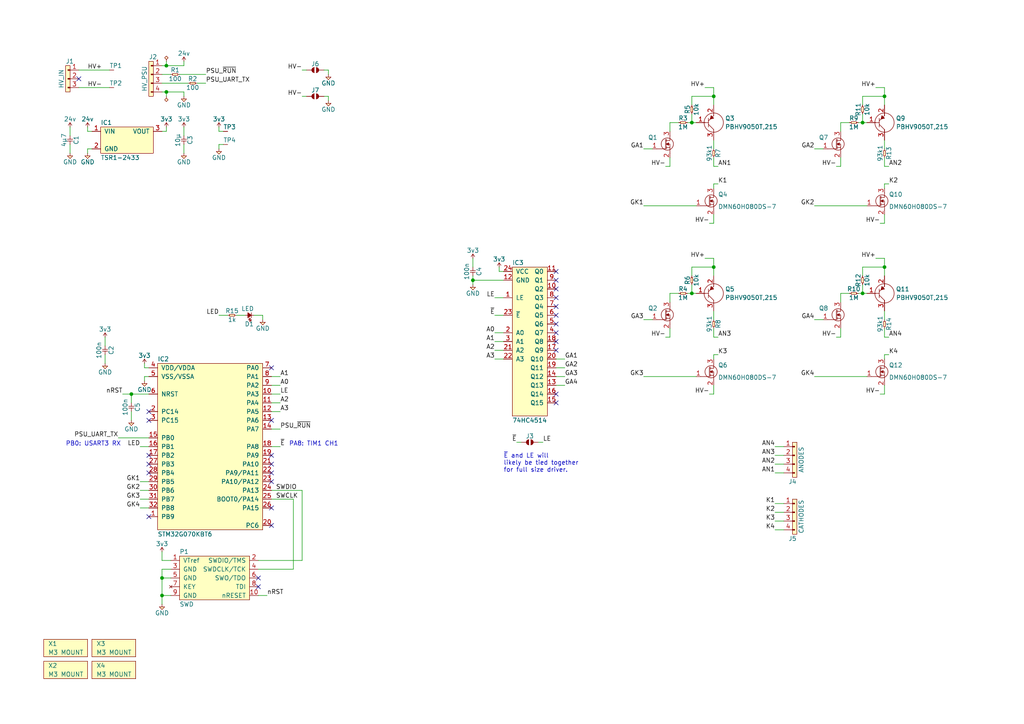
<source format=kicad_sch>
(kicad_sch (version 20230121) (generator eeschema)
  (paper "A4")
  (lib_symbols
    (symbol "agg:24v" (power) (pin_numbers hide) (pin_names (offset 1.016) hide)
      (property "Value" "24v" (at 0 2.286 0))
      (symbol "24v_0_1"
        (polyline (pts (xy 0 1.27) (xy 0.508 0.508)))
        (polyline (pts (xy 0 0) (xy 0 1.27) (xy -0.508 0.508)))
      )
      (symbol "24v_1_1"
        (pin power_in line (at 0 0 180) (length 0) hide (name "24v") (number "1"))
      )
    )
    (symbol "agg:3v3" (power) (pin_numbers hide) (pin_names (offset 1.016) hide)
      (property "Value" "3v3" (at 0 2.286 0))
      (symbol "3v3_0_1"
        (polyline (pts (xy 0 1.27) (xy 0.508 0.508)))
        (polyline (pts (xy 0 0) (xy 0 1.27) (xy -0.508 0.508)))
      )
      (symbol "3v3_1_1"
        (pin power_in line (at 0 0 180) (length 0) hide (name "3v3") (number "1"))
      )
    )
    (symbol "agg:74HC4514" (pin_names (offset 1.016))
      (property "Reference" "IC" (at -5.08 22.86 0))
      (property "Value" "74HC4514" (at -5.08 -22.86 0))
      (symbol "74HC4514_0_0"
        (pin input line (at -7.62 12.7 0) (length 2.54) (name "LE") (number "1"))
        (pin output line (at 7.62 15.24 180) (length 2.54) (name "Q2") (number "10"))
        (pin output line (at 7.62 20.32 180) (length 2.54) (name "Q0") (number "11"))
        (pin power_in line (at -7.62 17.78 0) (length 2.54) (name "GND") (number "12"))
        (pin output line (at 7.62 -12.7 180) (length 2.54) (name "Q13") (number "13"))
        (pin output line (at 7.62 -10.16 180) (length 2.54) (name "Q12") (number "14"))
        (pin output line (at 7.62 -17.78 180) (length 2.54) (name "Q15") (number "15"))
        (pin output line (at 7.62 -15.24 180) (length 2.54) (name "Q14") (number "16"))
        (pin output line (at 7.62 -2.54 180) (length 2.54) (name "Q9") (number "17"))
        (pin output line (at 7.62 0 180) (length 2.54) (name "Q8") (number "18"))
        (pin output line (at 7.62 -7.62 180) (length 2.54) (name "Q11") (number "19"))
        (pin input line (at -7.62 2.54 0) (length 2.54) (name "A0") (number "2"))
        (pin output line (at 7.62 -5.08 180) (length 2.54) (name "Q10") (number "20"))
        (pin input line (at -7.62 -2.54 0) (length 2.54) (name "A2") (number "21"))
        (pin input line (at -7.62 -5.08 0) (length 2.54) (name "A3") (number "22"))
        (pin input line (at -7.62 7.62 0) (length 2.54) (name "~{E}") (number "23"))
        (pin power_in line (at -7.62 20.32 0) (length 2.54) (name "VCC") (number "24"))
        (pin input line (at -7.62 0 0) (length 2.54) (name "A1") (number "3"))
        (pin output line (at 7.62 2.54 180) (length 2.54) (name "Q7") (number "4"))
        (pin output line (at 7.62 5.08 180) (length 2.54) (name "Q6") (number "5"))
        (pin output line (at 7.62 7.62 180) (length 2.54) (name "Q5") (number "6"))
        (pin output line (at 7.62 10.16 180) (length 2.54) (name "Q4") (number "7"))
        (pin output line (at 7.62 12.7 180) (length 2.54) (name "Q3") (number "8"))
        (pin output line (at 7.62 17.78 180) (length 2.54) (name "Q1") (number "9"))
      )
      (symbol "74HC4514_0_1"
        (rectangle (start -5.08 21.59) (end 5.08 -21.59) (fill (type background)))
      )
    )
    (symbol "agg:C" (pin_numbers hide) (pin_names (offset 1.016) hide)
      (property "Reference" "C" (at 1.27 1.778 0))
      (property "Value" "C" (at 1.27 -1.778 0))
      (symbol "C_0_1"
        (polyline (pts (xy 1.016 0.762) (xy 1.016 -0.762)))
        (polyline (pts (xy 1.524 0.762) (xy 1.524 -0.762)))
      )
      (symbol "C_1_1"
        (pin passive line (at 0 0 0) (length 1.016) (name "~") (number "1"))
        (pin passive line (at 2.54 0 180) (length 1.016) (name "~") (number "2"))
      )
    )
    (symbol "agg:CONN_01x03" (pin_names (offset 0.0254) hide)
      (property "Reference" "J" (at -1.27 2.54 0))
      (property "Value" "CONN_01x03" (at -1.27 -7.62 0))
      (symbol "CONN_01x03_0_1"
        (rectangle (start 0 -4.953) (end -0.635 -5.207) (fill (type outline)))
        (rectangle (start 0 -2.413) (end -0.635 -2.667) (fill (type outline)))
        (rectangle (start 0 0.127) (end -0.635 -0.127) (fill (type outline)))
        (rectangle (start 0 1.27) (end -1.27 -6.35) (fill (type background)))
      )
      (symbol "CONN_01x03_1_1"
        (pin passive line (at 2.54 0 180) (length 2.54) (name "1") (number "1"))
        (pin passive line (at 2.54 -2.54 180) (length 2.54) (name "2") (number "2"))
        (pin passive line (at 2.54 -5.08 180) (length 2.54) (name "3") (number "3"))
      )
    )
    (symbol "agg:CONN_01x04" (pin_names (offset 0.0254) hide)
      (property "Reference" "J" (at -1.27 2.54 0))
      (property "Value" "CONN_01x04" (at -1.27 -10.16 0))
      (symbol "CONN_01x04_0_1"
        (rectangle (start 0 -7.493) (end -0.635 -7.747) (fill (type outline)))
        (rectangle (start 0 -4.953) (end -0.635 -5.207) (fill (type outline)))
        (rectangle (start 0 -2.413) (end -0.635 -2.667) (fill (type outline)))
        (rectangle (start 0 0.127) (end -0.635 -0.127) (fill (type outline)))
        (rectangle (start 0 1.27) (end -1.27 -8.89) (fill (type background)))
      )
      (symbol "CONN_01x04_1_1"
        (pin passive line (at 2.54 0 180) (length 2.54) (name "1") (number "1"))
        (pin passive line (at 2.54 -2.54 180) (length 2.54) (name "2") (number "2"))
        (pin passive line (at 2.54 -5.08 180) (length 2.54) (name "3") (number "3"))
        (pin passive line (at 2.54 -7.62 180) (length 2.54) (name "4") (number "4"))
      )
    )
    (symbol "agg:GND" (power) (pin_numbers hide) (pin_names (offset 1.016) hide)
      (property "Value" "GND" (at 0 -2.54 0))
      (symbol "GND_0_1"
        (polyline (pts (xy 0 0) (xy 0 -0.762)))
        (polyline (pts (xy -0.762 -0.762) (xy 0.762 -0.762) (xy 0 -1.524) (xy -0.762 -0.762)) (fill (type background)))
      )
      (symbol "GND_1_1"
        (pin power_in line (at 0 0 180) (length 0) hide (name "GND") (number "1"))
      )
    )
    (symbol "agg:LED" (pin_numbers hide) (pin_names (offset 1.016) hide)
      (property "Reference" "D" (at 0 2.54 0))
      (property "Value" "LED" (at 0 -1.905 0))
      (symbol "LED_0_1"
        (polyline (pts (xy 0.762 0.762) (xy 0.762 -0.762)))
        (polyline (pts (xy 0.762 0) (xy 1.778 0.762) (xy 1.778 -0.762) (xy 0.762 0)) (fill (type outline)))
        (polyline (pts (xy 1.524 1.016) (xy 1.27 1.27) (xy 1.524 1.27) (xy 1.016 1.778) (xy 1.016 1.524) (xy 1.27 1.778) (xy 1.016 1.778)))
        (polyline (pts (xy 1.27 0.762) (xy 1.016 1.016) (xy 1.27 1.016) (xy 1.016 1.27) (xy 0.762 1.524) (xy 0.762 1.27) (xy 1.016 1.524) (xy 0.762 1.524)))
      )
      (symbol "LED_1_1"
        (pin passive line (at 0 0 0) (length 0.762) (name "~") (number "1"))
        (pin passive line (at 2.54 0 180) (length 0.762) (name "~") (number "2"))
      )
    )
    (symbol "agg:NFET" (pin_names (offset 0.0254) hide)
      (property "Reference" "Q" (at -6.35 0.762 0))
      (property "Value" "NFET" (at -6.35 -4.064 0))
      (symbol "NFET_0_1"
        (circle (center -0.762 -1.143) (radius 1.778))
        (polyline (pts (xy -3.81 -2.54) (xy -1.27 -2.54)))
        (polyline (pts (xy -1.27 -2.54) (xy -1.27 0.254)))
        (polyline (pts (xy -1.016 -2.159) (xy 0 -2.159)))
        (polyline (pts (xy -1.016 -1.778) (xy -1.016 -2.54)))
        (polyline (pts (xy -1.016 -0.762) (xy -1.016 -1.524)))
        (polyline (pts (xy -1.016 0.254) (xy -1.016 -0.508)))
        (polyline (pts (xy -1.016 -1.143) (xy 0 -1.143) (xy 0 -3.81)))
        (polyline (pts (xy -1.016 -0.127) (xy 0 -0.127) (xy 0 1.27)))
        (polyline (pts (xy -1.016 -1.143) (xy -0.381 -0.762) (xy -0.381 -1.524) (xy -1.016 -1.143)) (fill (type outline)))
      )
      (symbol "NFET_1_1"
        (pin passive line (at -5.08 -2.54 0) (length 1.27) (name "G") (number "1"))
        (pin passive line (at 0 -5.08 90) (length 1.27) (name "S") (number "2"))
        (pin passive line (at 0 2.54 270) (length 1.27) (name "D") (number "3"))
      )
    )
    (symbol "agg:PART" (pin_names (offset 1.016))
      (property "Reference" "X" (at 1.27 2.54 0))
      (property "Value" "PART" (at 1.27 0 0))
      (symbol "PART_0_1"
        (rectangle (start 0 3.81) (end 12.7 -1.27) (fill (type background)))
      )
    )
    (symbol "agg:PNP" (pin_names (offset 0) hide)
      (property "Reference" "Q" (at 3.302 0.508 0))
      (property "Value" "PNP" (at 3.302 -0.508 0))
      (symbol "PNP_0_1"
        (polyline (pts (xy -2.54 0) (xy -1.524 0)))
        (polyline (pts (xy -1.524 -1.27) (xy -1.524 1.27)))
        (polyline (pts (xy 0 -2.032) (xy -1.524 -0.508)))
        (polyline (pts (xy 0 2.032) (xy -1.524 0.508)))
        (polyline (pts (xy 0 1.27) (xy -0.762 2.032) (xy -1.016 1.016) (xy 0 1.27)) (fill (type outline)))
        (circle (center 0 0) (radius 2.794))
      )
      (symbol "PNP_1_1"
        (pin passive line (at -5.08 0 0) (length 2.54) (name "B") (number "1"))
        (pin passive line (at 0 5.08 270) (length 3.048) (name "E") (number "2"))
        (pin passive line (at 0 -5.08 90) (length 3.048) (name "C") (number "3"))
      )
    )
    (symbol "agg:PWR" (power) (pin_numbers hide) (pin_names (offset 1.016) hide)
      (property "Value" "PWR" (at 0 2.286 0))
      (symbol "PWR_0_1"
        (polyline (pts (xy 0 0.508) (xy -0.508 1.016) (xy 0 1.524) (xy 0.508 1.016) (xy 0 0.508)) (fill (type background)))
      )
      (symbol "PWR_1_1"
        (pin power_out line (at 0 0 90) (length 0.508) (name "pwr") (number "1"))
      )
    )
    (symbol "agg:R" (pin_numbers hide) (pin_names (offset 1.016) hide)
      (property "Reference" "R" (at 1.27 1.27 0))
      (property "Value" "R" (at 1.27 -1.27 0))
      (symbol "R_0_1"
        (rectangle (start 0.508 0.254) (end 2.032 -0.254) (fill (type background)))
      )
      (symbol "R_1_1"
        (pin passive line (at 0 0 0) (length 0.508) (name "~") (number "1"))
        (pin passive line (at 2.54 0 180) (length 0.508) (name "~") (number "2"))
      )
    )
    (symbol "agg:SJ2" (pin_numbers hide) (pin_names (offset 0) hide)
      (property "Reference" "J" (at 0 1.778 0))
      (symbol "SJ2_0_1"
        (arc (start -0.254 0.762) (mid -1.0127 0) (end -0.254 -0.762) (fill (type outline)))
        (arc (start 0.254 -0.762) (mid 1.0127 0) (end 0.254 0.762) (fill (type outline)))
      )
      (symbol "SJ2_1_1"
        (pin passive line (at -2.54 0 0) (length 1.524) (name "1") (number "1"))
        (pin passive line (at 2.54 0 180) (length 1.524) (name "2") (number "2"))
      )
    )
    (symbol "agg:STM32G0xxKx" (pin_names (offset 1.016))
      (property "Reference" "IC" (at -15.24 25.4 0))
      (property "Value" "STM32G0xxKx" (at -15.24 -25.4 0))
      (symbol "STM32G0xxKx_0_0"
        (pin bidirectional line (at -17.78 -20.32 0) (length 2.54) (name "PB9") (number "1"))
        (pin bidirectional line (at 17.78 15.24 180) (length 2.54) (name "PA3") (number "10"))
        (pin bidirectional line (at 17.78 12.7 180) (length 2.54) (name "PA4") (number "11"))
        (pin bidirectional line (at 17.78 10.16 180) (length 2.54) (name "PA5") (number "12"))
        (pin bidirectional line (at 17.78 7.62 180) (length 2.54) (name "PA6") (number "13"))
        (pin bidirectional line (at 17.78 5.08 180) (length 2.54) (name "PA7") (number "14"))
        (pin bidirectional line (at -17.78 2.54 0) (length 2.54) (name "PB0") (number "15"))
        (pin bidirectional line (at -17.78 0 0) (length 2.54) (name "PB1") (number "16"))
        (pin bidirectional line (at -17.78 -2.54 0) (length 2.54) (name "PB2") (number "17"))
        (pin bidirectional line (at 17.78 0 180) (length 2.54) (name "PA8") (number "18"))
        (pin bidirectional line (at 17.78 -2.54 180) (length 2.54) (name "PA9") (number "19"))
        (pin bidirectional line (at -17.78 10.16 0) (length 2.54) (name "PC14") (number "2"))
        (pin bidirectional line (at 17.78 -22.86 180) (length 2.54) (name "PC6") (number "20"))
        (pin bidirectional line (at 17.78 -5.08 180) (length 2.54) (name "PA10") (number "21"))
        (pin bidirectional line (at 17.78 -7.62 180) (length 2.54) (name "PA9/PA11") (number "22"))
        (pin bidirectional line (at 17.78 -10.16 180) (length 2.54) (name "PA10/PA12") (number "23"))
        (pin bidirectional line (at 17.78 -12.7 180) (length 2.54) (name "PA13") (number "24"))
        (pin bidirectional line (at 17.78 -15.24 180) (length 2.54) (name "BOOT0/PA14") (number "25"))
        (pin bidirectional line (at 17.78 -17.78 180) (length 2.54) (name "PA15") (number "26"))
        (pin bidirectional line (at -17.78 -5.08 0) (length 2.54) (name "PB3") (number "27"))
        (pin bidirectional line (at -17.78 -7.62 0) (length 2.54) (name "PB4") (number "28"))
        (pin bidirectional line (at -17.78 -10.16 0) (length 2.54) (name "PB5") (number "29"))
        (pin bidirectional line (at -17.78 7.62 0) (length 2.54) (name "PC15") (number "3"))
        (pin bidirectional line (at -17.78 -12.7 0) (length 2.54) (name "PB6") (number "30"))
        (pin bidirectional line (at -17.78 -15.24 0) (length 2.54) (name "PB7") (number "31"))
        (pin bidirectional line (at -17.78 -17.78 0) (length 2.54) (name "PB8") (number "32"))
        (pin power_in line (at -17.78 22.86 0) (length 2.54) (name "VDD/VDDA") (number "4"))
        (pin power_in line (at -17.78 20.32 0) (length 2.54) (name "VSS/VSSA") (number "5"))
        (pin input line (at -17.78 15.24 0) (length 2.54) (name "NRST") (number "6"))
        (pin bidirectional line (at 17.78 22.86 180) (length 2.54) (name "PA0") (number "7"))
        (pin bidirectional line (at 17.78 20.32 180) (length 2.54) (name "PA1") (number "8"))
        (pin bidirectional line (at 17.78 17.78 180) (length 2.54) (name "PA2") (number "9"))
      )
      (symbol "STM32G0xxKx_0_1"
        (rectangle (start -15.24 24.13) (end 15.24 -24.13) (fill (type background)))
      )
    )
    (symbol "agg:SWD" (pin_names (offset 1.016))
      (property "Reference" "P" (at -10.16 7.62 0))
      (property "Value" "SWD" (at -10.16 -7.62 0))
      (symbol "SWD_0_1"
        (rectangle (start -10.16 6.35) (end 10.16 -6.35) (fill (type background)))
      )
      (symbol "SWD_1_1"
        (pin power_in line (at -12.7 5.08 0) (length 2.54) (name "VTref") (number "1"))
        (pin open_collector line (at 12.7 -5.08 180) (length 2.54) (name "nRESET") (number "10"))
        (pin bidirectional line (at 12.7 5.08 180) (length 2.54) (name "SWDIO/TMS") (number "2"))
        (pin power_in line (at -12.7 2.54 0) (length 2.54) (name "GND") (number "3"))
        (pin bidirectional line (at 12.7 2.54 180) (length 2.54) (name "SWDCLK/TCK") (number "4"))
        (pin power_in line (at -12.7 0 0) (length 2.54) (name "GND") (number "5"))
        (pin bidirectional line (at 12.7 0 180) (length 2.54) (name "SWO/TDO") (number "6"))
        (pin no_connect line (at -12.7 -2.54 0) (length 2.54) (name "KEY") (number "7"))
        (pin bidirectional line (at 12.7 -2.54 180) (length 2.54) (name "TDI") (number "8"))
        (pin power_in line (at -12.7 -5.08 0) (length 2.54) (name "GND") (number "9"))
      )
    )
    (symbol "agg:TESTPAD" (pin_numbers hide) (pin_names (offset 1.016) hide)
      (property "Reference" "TP" (at 0 1.27 0))
      (symbol "TESTPAD_0_1"
        (polyline (pts (xy 1.27 0) (xy 1.27 0)) (stroke (width 1.143)))
      )
      (symbol "TESTPAD_1_1"
        (pin input line (at 0 0 0) (length 1.27) (name "TP") (number "1"))
      )
    )
    (symbol "agg:TSR1" (pin_names (offset 1.016))
      (property "Reference" "IC" (at -7.62 5.08 0))
      (property "Value" "TSR1" (at -7.62 -5.08 0))
      (symbol "TSR1_0_0"
        (pin power_in line (at -10.16 2.54 0) (length 2.54) (name "VIN") (number "1"))
        (pin power_in line (at -10.16 -2.54 0) (length 2.54) (name "GND") (number "2"))
        (pin power_out line (at 10.16 2.54 180) (length 2.54) (name "VOUT") (number "3"))
      )
      (symbol "TSR1_0_1"
        (rectangle (start -7.62 3.81) (end 7.62 -3.81) (fill (type background)))
      )
    )
  )
  (junction (at 38.1 114.3) (diameter 0.9144))
  (junction (at 200.66 85.09) (diameter 0.9144))
  (junction (at 207.01 27.94) (diameter 0.9144))
  (junction (at 200.66 35.56) (diameter 0.9144))
  (junction (at 256.54 27.94) (diameter 0.9144))
  (junction (at 48.26 19.05) (diameter 0.9144))
  (junction (at 256.54 77.47) (diameter 0.9144))
  (junction (at 48.26 26.67) (diameter 0.9144))
  (junction (at 46.99 167.64) (diameter 0.9144))
  (junction (at 46.99 172.72) (diameter 0.9144))
  (junction (at 137.16 81.28) (diameter 0.9144))
  (junction (at 207.01 77.47) (diameter 0.9144))
  (junction (at 250.19 85.09) (diameter 0.9144))
  (junction (at 250.19 35.56) (diameter 0.9144))
  (no_connect (at 74.93 170.18))
  (no_connect (at 43.18 134.62))
  (no_connect (at 78.74 137.16))
  (no_connect (at 161.29 88.9))
  (no_connect (at 78.74 134.62))
  (no_connect (at 161.29 114.3))
  (no_connect (at 43.18 149.86))
  (no_connect (at 74.93 167.64))
  (no_connect (at 161.29 91.44))
  (no_connect (at 161.29 78.74))
  (no_connect (at 161.29 86.36))
  (no_connect (at 161.29 116.84))
  (no_connect (at 161.29 101.6))
  (no_connect (at 43.18 132.08))
  (no_connect (at 78.74 139.7))
  (no_connect (at 78.74 152.4))
  (no_connect (at 78.74 132.08))
  (no_connect (at 78.74 147.32))
  (no_connect (at 161.29 96.52))
  (no_connect (at 43.18 119.38))
  (no_connect (at 78.74 121.92))
  (no_connect (at 161.29 81.28))
  (no_connect (at 161.29 93.98))
  (no_connect (at 78.74 106.68))
  (no_connect (at 22.86 22.86))
  (no_connect (at 161.29 83.82))
  (no_connect (at 161.29 99.06))
  (no_connect (at 43.18 121.92))
  (no_connect (at 43.18 137.16))
  (wire (pts (xy 200.66 27.94) (xy 207.01 27.94)))
  (wire (pts (xy 144.78 77.47) (xy 144.78 78.74)))
  (wire (pts (xy 256.54 40.64) (xy 256.54 43.18)))
  (wire (pts (xy 236.22 92.71) (xy 238.76 92.71)))
  (wire (pts (xy 199.39 35.56) (xy 200.66 35.56)))
  (wire (pts (xy 46.99 162.56) (xy 49.53 162.56)))
  (wire (pts (xy 78.74 119.38) (xy 81.28 119.38)))
  (wire (pts (xy 236.22 43.18) (xy 238.76 43.18)))
  (wire (pts (xy 143.51 104.14) (xy 146.05 104.14)))
  (wire (pts (xy 46.99 19.05) (xy 48.26 19.05)))
  (wire (pts (xy 200.66 30.48) (xy 200.66 27.94)))
  (wire (pts (xy 224.79 134.62) (xy 227.33 134.62)))
  (wire (pts (xy 246.38 85.09) (xy 243.84 85.09)))
  (wire (pts (xy 199.39 85.09) (xy 200.66 85.09)))
  (wire (pts (xy 250.19 85.09) (xy 251.46 85.09)))
  (wire (pts (xy 161.29 109.22) (xy 163.83 109.22)))
  (wire (pts (xy 53.34 26.67) (xy 53.34 27.94)))
  (wire (pts (xy 57.15 24.13) (xy 59.69 24.13)))
  (wire (pts (xy 41.91 109.22) (xy 43.18 109.22)))
  (wire (pts (xy 78.74 129.54) (xy 81.28 129.54)))
  (wire (pts (xy 256.54 90.17) (xy 256.54 92.71)))
  (wire (pts (xy 236.22 59.69) (xy 251.46 59.69)))
  (wire (pts (xy 256.54 45.72) (xy 256.54 48.26)))
  (wire (pts (xy 224.79 151.13) (xy 227.33 151.13)))
  (wire (pts (xy 256.54 74.93) (xy 256.54 77.47)))
  (wire (pts (xy 46.99 160.02) (xy 46.99 162.56)))
  (wire (pts (xy 63.5 41.91) (xy 64.77 41.91)))
  (wire (pts (xy 137.16 81.28) (xy 137.16 82.55)))
  (wire (pts (xy 22.86 25.4) (xy 31.75 25.4)))
  (wire (pts (xy 205.74 114.3) (xy 207.01 114.3)))
  (wire (pts (xy 242.57 97.79) (xy 243.84 97.79)))
  (wire (pts (xy 38.1 119.38) (xy 38.1 121.92)))
  (wire (pts (xy 250.19 77.47) (xy 256.54 77.47)))
  (wire (pts (xy 186.69 92.71) (xy 189.23 92.71)))
  (wire (pts (xy 156.21 128.27) (xy 157.48 128.27)))
  (wire (pts (xy 87.63 20.32) (xy 88.9 20.32)))
  (wire (pts (xy 53.34 41.91) (xy 53.34 44.45)))
  (wire (pts (xy 200.66 33.02) (xy 200.66 35.56)))
  (wire (pts (xy 256.54 77.47) (xy 256.54 80.01)))
  (wire (pts (xy 149.86 128.27) (xy 151.13 128.27)))
  (wire (pts (xy 78.74 114.3) (xy 81.28 114.3)))
  (wire (pts (xy 250.19 33.02) (xy 250.19 35.56)))
  (wire (pts (xy 40.64 142.24) (xy 43.18 142.24)))
  (wire (pts (xy 25.4 44.45) (xy 25.4 43.18)))
  (wire (pts (xy 205.74 64.77) (xy 207.01 64.77)))
  (wire (pts (xy 224.79 137.16) (xy 227.33 137.16)))
  (wire (pts (xy 243.84 85.09) (xy 243.84 87.63)))
  (wire (pts (xy 137.16 80.01) (xy 137.16 81.28)))
  (wire (pts (xy 207.01 45.72) (xy 207.01 48.26)))
  (wire (pts (xy 207.01 77.47) (xy 207.01 80.01)))
  (wire (pts (xy 186.69 109.22) (xy 201.93 109.22)))
  (wire (pts (xy 256.54 102.87) (xy 257.81 102.87)))
  (wire (pts (xy 63.5 91.44) (xy 66.04 91.44)))
  (wire (pts (xy 20.32 41.91) (xy 20.32 44.45)))
  (wire (pts (xy 48.26 26.67) (xy 53.34 26.67)))
  (wire (pts (xy 63.5 43.18) (xy 63.5 41.91)))
  (wire (pts (xy 52.07 21.59) (xy 59.69 21.59)))
  (wire (pts (xy 224.79 146.05) (xy 227.33 146.05)))
  (wire (pts (xy 87.63 142.24) (xy 87.63 162.56)))
  (wire (pts (xy 250.19 80.01) (xy 250.19 77.47)))
  (wire (pts (xy 143.51 101.6) (xy 146.05 101.6)))
  (wire (pts (xy 143.51 86.36) (xy 146.05 86.36)))
  (wire (pts (xy 46.99 167.64) (xy 49.53 167.64)))
  (wire (pts (xy 78.74 111.76) (xy 81.28 111.76)))
  (wire (pts (xy 256.54 53.34) (xy 257.81 53.34)))
  (wire (pts (xy 207.01 27.94) (xy 207.01 30.48)))
  (wire (pts (xy 53.34 36.83) (xy 53.34 39.37)))
  (wire (pts (xy 93.98 20.32) (xy 95.25 20.32)))
  (wire (pts (xy 243.84 95.25) (xy 243.84 97.79)))
  (wire (pts (xy 30.48 97.79) (xy 30.48 100.33)))
  (wire (pts (xy 40.64 147.32) (xy 43.18 147.32)))
  (wire (pts (xy 48.26 26.67) (xy 48.26 27.94)))
  (wire (pts (xy 193.04 97.79) (xy 194.31 97.79)))
  (wire (pts (xy 207.01 111.76) (xy 207.01 114.3)))
  (wire (pts (xy 204.47 25.4) (xy 207.01 25.4)))
  (wire (pts (xy 48.26 38.1) (xy 46.99 38.1)))
  (wire (pts (xy 250.19 35.56) (xy 251.46 35.56)))
  (wire (pts (xy 95.25 27.94) (xy 95.25 29.21)))
  (wire (pts (xy 207.01 53.34) (xy 208.28 53.34)))
  (wire (pts (xy 46.99 172.72) (xy 49.53 172.72)))
  (wire (pts (xy 256.54 104.14) (xy 256.54 102.87)))
  (wire (pts (xy 40.64 139.7) (xy 43.18 139.7)))
  (wire (pts (xy 194.31 85.09) (xy 194.31 87.63)))
  (wire (pts (xy 254 25.4) (xy 256.54 25.4)))
  (wire (pts (xy 46.99 21.59) (xy 49.53 21.59)))
  (wire (pts (xy 256.54 62.23) (xy 256.54 64.77)))
  (wire (pts (xy 207.01 95.25) (xy 207.01 97.79)))
  (wire (pts (xy 41.91 106.68) (xy 43.18 106.68)))
  (wire (pts (xy 256.54 25.4) (xy 256.54 27.94)))
  (wire (pts (xy 25.4 38.1) (xy 26.67 38.1)))
  (wire (pts (xy 250.19 30.48) (xy 250.19 27.94)))
  (wire (pts (xy 53.34 19.05) (xy 53.34 17.78)))
  (wire (pts (xy 137.16 74.93) (xy 137.16 77.47)))
  (wire (pts (xy 207.01 104.14) (xy 207.01 102.87)))
  (wire (pts (xy 161.29 104.14) (xy 163.83 104.14)))
  (wire (pts (xy 200.66 82.55) (xy 200.66 85.09)))
  (wire (pts (xy 161.29 111.76) (xy 163.83 111.76)))
  (wire (pts (xy 63.5 38.1) (xy 64.77 38.1)))
  (wire (pts (xy 186.69 43.18) (xy 189.23 43.18)))
  (wire (pts (xy 255.27 114.3) (xy 256.54 114.3)))
  (wire (pts (xy 74.93 165.1) (xy 85.09 165.1)))
  (wire (pts (xy 35.56 114.3) (xy 38.1 114.3)))
  (wire (pts (xy 256.54 95.25) (xy 256.54 97.79)))
  (wire (pts (xy 224.79 129.54) (xy 227.33 129.54)))
  (wire (pts (xy 95.25 20.32) (xy 95.25 21.59)))
  (wire (pts (xy 78.74 144.78) (xy 85.09 144.78)))
  (wire (pts (xy 34.29 127) (xy 43.18 127)))
  (wire (pts (xy 250.19 27.94) (xy 256.54 27.94)))
  (wire (pts (xy 48.26 19.05) (xy 53.34 19.05)))
  (wire (pts (xy 143.51 96.52) (xy 146.05 96.52)))
  (wire (pts (xy 78.74 116.84) (xy 81.28 116.84)))
  (wire (pts (xy 243.84 35.56) (xy 243.84 38.1)))
  (wire (pts (xy 193.04 48.26) (xy 194.31 48.26)))
  (wire (pts (xy 48.26 17.78) (xy 48.26 19.05)))
  (wire (pts (xy 207.01 102.87) (xy 208.28 102.87)))
  (wire (pts (xy 250.19 82.55) (xy 250.19 85.09)))
  (wire (pts (xy 186.69 59.69) (xy 201.93 59.69)))
  (wire (pts (xy 74.93 162.56) (xy 87.63 162.56)))
  (wire (pts (xy 207.01 40.64) (xy 207.01 43.18)))
  (wire (pts (xy 22.86 20.32) (xy 31.75 20.32)))
  (wire (pts (xy 256.54 27.94) (xy 256.54 30.48)))
  (wire (pts (xy 143.51 99.06) (xy 146.05 99.06)))
  (wire (pts (xy 38.1 114.3) (xy 43.18 114.3)))
  (wire (pts (xy 143.51 91.44) (xy 146.05 91.44)))
  (wire (pts (xy 25.4 36.83) (xy 25.4 38.1)))
  (wire (pts (xy 38.1 114.3) (xy 38.1 116.84)))
  (wire (pts (xy 200.66 35.56) (xy 201.93 35.56)))
  (wire (pts (xy 48.26 36.83) (xy 48.26 38.1)))
  (wire (pts (xy 194.31 35.56) (xy 194.31 38.1)))
  (wire (pts (xy 236.22 109.22) (xy 251.46 109.22)))
  (wire (pts (xy 78.74 109.22) (xy 81.28 109.22)))
  (wire (pts (xy 46.99 172.72) (xy 46.99 167.64)))
  (wire (pts (xy 20.32 36.83) (xy 20.32 39.37)))
  (wire (pts (xy 207.01 74.93) (xy 207.01 77.47)))
  (wire (pts (xy 78.74 142.24) (xy 87.63 142.24)))
  (wire (pts (xy 204.47 74.93) (xy 207.01 74.93)))
  (wire (pts (xy 196.85 85.09) (xy 194.31 85.09)))
  (wire (pts (xy 256.54 111.76) (xy 256.54 114.3)))
  (wire (pts (xy 207.01 97.79) (xy 208.28 97.79)))
  (wire (pts (xy 46.99 24.13) (xy 54.61 24.13)))
  (wire (pts (xy 78.74 124.46) (xy 81.28 124.46)))
  (wire (pts (xy 68.58 91.44) (xy 71.12 91.44)))
  (wire (pts (xy 40.64 129.54) (xy 43.18 129.54)))
  (wire (pts (xy 137.16 81.28) (xy 146.05 81.28)))
  (wire (pts (xy 73.66 91.44) (xy 76.2 91.44)))
  (wire (pts (xy 161.29 106.68) (xy 163.83 106.68)))
  (wire (pts (xy 196.85 35.56) (xy 194.31 35.56)))
  (wire (pts (xy 194.31 95.25) (xy 194.31 97.79)))
  (wire (pts (xy 207.01 25.4) (xy 207.01 27.94)))
  (wire (pts (xy 25.4 43.18) (xy 26.67 43.18)))
  (wire (pts (xy 207.01 54.61) (xy 207.01 53.34)))
  (wire (pts (xy 243.84 45.72) (xy 243.84 48.26)))
  (wire (pts (xy 256.54 97.79) (xy 257.81 97.79)))
  (wire (pts (xy 200.66 85.09) (xy 201.93 85.09)))
  (wire (pts (xy 254 74.93) (xy 256.54 74.93)))
  (wire (pts (xy 256.54 54.61) (xy 256.54 53.34)))
  (wire (pts (xy 207.01 90.17) (xy 207.01 92.71)))
  (wire (pts (xy 63.5 36.83) (xy 63.5 38.1)))
  (wire (pts (xy 93.98 27.94) (xy 95.25 27.94)))
  (wire (pts (xy 224.79 148.59) (xy 227.33 148.59)))
  (wire (pts (xy 46.99 167.64) (xy 46.99 165.1)))
  (wire (pts (xy 248.92 35.56) (xy 250.19 35.56)))
  (wire (pts (xy 30.48 102.87) (xy 30.48 105.41)))
  (wire (pts (xy 246.38 35.56) (xy 243.84 35.56)))
  (wire (pts (xy 74.93 172.72) (xy 77.47 172.72)))
  (wire (pts (xy 144.78 78.74) (xy 146.05 78.74)))
  (wire (pts (xy 76.2 91.44) (xy 76.2 92.71)))
  (wire (pts (xy 224.79 132.08) (xy 227.33 132.08)))
  (wire (pts (xy 224.79 153.67) (xy 227.33 153.67)))
  (wire (pts (xy 46.99 165.1) (xy 49.53 165.1)))
  (wire (pts (xy 242.57 48.26) (xy 243.84 48.26)))
  (wire (pts (xy 200.66 80.01) (xy 200.66 77.47)))
  (wire (pts (xy 194.31 45.72) (xy 194.31 48.26)))
  (wire (pts (xy 200.66 77.47) (xy 207.01 77.47)))
  (wire (pts (xy 87.63 27.94) (xy 88.9 27.94)))
  (wire (pts (xy 46.99 26.67) (xy 48.26 26.67)))
  (wire (pts (xy 85.09 144.78) (xy 85.09 165.1)))
  (wire (pts (xy 207.01 48.26) (xy 208.28 48.26)))
  (wire (pts (xy 248.92 85.09) (xy 250.19 85.09)))
  (wire (pts (xy 41.91 110.49) (xy 41.91 109.22)))
  (wire (pts (xy 256.54 48.26) (xy 257.81 48.26)))
  (wire (pts (xy 46.99 175.26) (xy 46.99 172.72)))
  (wire (pts (xy 255.27 64.77) (xy 256.54 64.77)))
  (wire (pts (xy 41.91 105.41) (xy 41.91 106.68)))
  (wire (pts (xy 207.01 62.23) (xy 207.01 64.77)))
  (wire (pts (xy 40.64 144.78) (xy 43.18 144.78)))
  (text "PA8: TIM1 CH1" (at 83.82 129.54 0) (effects (font (size 1.27 1.27)) (justify left bottom)))
  (text "PB0: USART3 RX" (at 19.05 129.54 0) (effects (font (size 1.27 1.27)) (justify left bottom)))
  (text "~{E} and LE will\nlikely be tied together\nfor full size driver." (at 146.05 137.16 0) (effects (font (size 1.27 1.27)) (justify left bottom)))
  (label "GK2" (at 40.64 142.24 180))
  (label "LED" (at 40.64 129.54 180))
  (label "GA3" (at 163.83 109.22 0))
  (label "HV-" (at 87.63 20.32 180))
  (label "nRST" (at 77.47 172.72 0))
  (label "A2" (at 81.28 116.84 0))
  (label "AN2" (at 224.79 134.62 180))
  (label "GK2" (at 236.22 59.69 180))
  (label "HV-" (at 193.04 97.79 180))
  (label "LED" (at 63.5 91.44 180))
  (label "HV+" (at 254 25.4 180))
  (label "AN1" (at 208.28 48.26 0))
  (label "AN3" (at 224.79 132.08 180))
  (label "A2" (at 143.51 101.6 180))
  (label "K2" (at 224.79 148.59 180))
  (label "GA1" (at 186.69 43.18 180))
  (label "GA2" (at 236.22 43.18 180))
  (label "GK4" (at 40.64 147.32 180))
  (label "HV+" (at 25.4 20.32 0))
  (label "A0" (at 81.28 111.76 0))
  (label "K1" (at 224.79 146.05 180))
  (label "GK3" (at 40.64 144.78 180))
  (label "A3" (at 81.28 119.38 0))
  (label "GA3" (at 186.69 92.71 180))
  (label "nRST" (at 35.56 114.3 180))
  (label "HV+" (at 254 74.93 180))
  (label "~{E}" (at 81.28 129.54 0))
  (label "K2" (at 257.81 53.34 0))
  (label "HV-" (at 255.27 114.3 180))
  (label "A0" (at 143.51 96.52 180))
  (label "SWCLK" (at 80.01 144.78 0))
  (label "HV-" (at 255.27 64.77 180))
  (label "K3" (at 208.28 102.87 0))
  (label "AN1" (at 224.79 137.16 180))
  (label "K4" (at 257.81 102.87 0))
  (label "A3" (at 143.51 104.14 180))
  (label "AN4" (at 224.79 129.54 180))
  (label "PSU_~{RUN}" (at 81.28 124.46 0))
  (label "GA2" (at 163.83 106.68 0))
  (label "K1" (at 208.28 53.34 0))
  (label "GA4" (at 236.22 92.71 180))
  (label "AN3" (at 208.28 97.79 0))
  (label "GA4" (at 163.83 111.76 0))
  (label "HV-" (at 205.74 64.77 180))
  (label "HV-" (at 193.04 48.26 180))
  (label "HV+" (at 204.47 74.93 180))
  (label "AN2" (at 257.81 48.26 0))
  (label "AN4" (at 257.81 97.79 0))
  (label "PSU_~{RUN}" (at 59.69 21.59 0))
  (label "HV-" (at 205.74 114.3 180))
  (label "GA1" (at 163.83 104.14 0))
  (label "HV-" (at 87.63 27.94 180))
  (label "GK1" (at 40.64 139.7 180))
  (label "GK4" (at 236.22 109.22 180))
  (label "~{E}" (at 149.86 128.27 180))
  (label "K4" (at 224.79 153.67 180))
  (label "LE" (at 157.48 128.27 0))
  (label "GK1" (at 186.69 59.69 180))
  (label "LE" (at 143.51 86.36 180))
  (label "SWDIO" (at 80.01 142.24 0))
  (label "HV-" (at 242.57 48.26 180))
  (label "K3" (at 224.79 151.13 180))
  (label "A1" (at 143.51 99.06 180))
  (label "HV-" (at 25.4 25.4 0))
  (label "GK3" (at 186.69 109.22 180))
  (label "LE" (at 81.28 114.3 0))
  (label "HV+" (at 204.47 25.4 180))
  (label "PSU_UART_TX" (at 59.69 24.13 0))
  (label "A1" (at 81.28 109.22 0))
  (label "~{E}" (at 143.51 91.44 180))
  (label "HV-" (at 242.57 97.79 180))
  (label "PSU_UART_TX" (at 34.29 127 180))
  (symbol (lib_id "agg:3v3") (at 144.78 77.47 0) (unit 1)
    (property "Reference" "#PWR018" (effects hide))
    (property "Value" "3v3" (at 144.78 75.184 0))
  )
  (symbol (lib_id "agg:GND") (at 95.25 21.59 0) (unit 1)
    (property "Reference" "#PWR019" (effects hide))
    (property "Value" "GND" (at 95.25 24.13 0))
  )
  (symbol (lib_id "agg:GND") (at 53.34 44.45 0) (unit 1)
    (property "Reference" "#PWR015" (effects hide))
    (property "Value" "GND" (at 53.34 46.99 0))
  )
  (symbol (lib_id "agg:PNP") (at 256.54 35.56 0) (unit 1)
    (property "Reference" "Q9" (at 259.842 35.052 0) (effects (justify left bottom)))
    (property "Value" "PBHV9050T,215" (at 259.842 36.068 0) (effects (justify left top)))
    (property "Footprint" "agg:SOT-23" (effects hide))
    (property "Datasheet" "http://www.farnell.com/datasheets/609431.pdf" (effects hide))
    (property "Farnell" "1829318" (effects hide))
  )
  (symbol (lib_id "agg:SJ2") (at 153.67 128.27 0) (unit 1)
    (property "Reference" "J3" (at 153.67 126.492 0))
    (property "Value" "SJ2" (effects hide))
    (property "Footprint" "agg:SJ2" (effects hide))
  )
  (symbol (lib_id "agg:3v3") (at 48.26 36.83 0) (unit 1)
    (property "Reference" "#PWR013" (effects hide))
    (property "Value" "3v3" (at 48.26 34.544 0))
  )
  (symbol (lib_id "agg:LED") (at 73.66 91.44 180) (unit 1)
    (property "Reference" "D1" (at 73.66 93.98 0) (effects (justify left)))
    (property "Value" "LED" (at 73.66 89.535 0) (effects (justify left)))
    (property "Footprint" "agg:0603-LED" (effects hide))
    (property "Farnell" "2290328" (effects hide))
  )
  (symbol (lib_id "agg:CONN_01x04") (at 44.45 19.05 0) (unit 1)
    (property "Reference" "J2" (at 43.18 16.51 0) (effects (justify left)))
    (property "Value" "HV_PSU" (at 41.91 22.86 90))
    (property "Footprint" "agg:MOLEX-KK-254P-04" (effects hide))
    (property "Farnell" "1360132" (effects hide))
  )
  (symbol (lib_id "agg:R") (at 246.38 35.56 0) (unit 1)
    (property "Reference" "R9" (at 247.65 34.29 0))
    (property "Value" "1M" (at 247.65 36.83 0))
    (property "Footprint" "agg:1206" (effects hide))
    (property "Farnell" "1750877" (effects hide))
    (property "Voltage" "500V" (effects hide))
  )
  (symbol (lib_id "agg:GND") (at 30.48 105.41 0) (unit 1)
    (property "Reference" "#PWR06" (effects hide))
    (property "Value" "GND" (at 30.48 107.95 0))
  )
  (symbol (lib_id "agg:GND") (at 25.4 44.45 0) (unit 1)
    (property "Reference" "#PWR04" (effects hide))
    (property "Value" "GND" (at 25.4 46.99 0))
  )
  (symbol (lib_id "agg:GND") (at 95.25 29.21 0) (unit 1)
    (property "Reference" "#PWR023" (effects hide))
    (property "Value" "GND" (at 95.25 31.75 0))
  )
  (symbol (lib_id "agg:GND") (at 46.99 175.26 0) (unit 1)
    (property "Reference" "#PWR010" (effects hide))
    (property "Value" "GND" (at 46.99 177.8 0))
  )
  (symbol (lib_id "agg:24v") (at 25.4 36.83 0) (unit 1)
    (property "Reference" "#PWR03" (effects hide))
    (property "Value" "24v" (at 25.4 34.544 0))
  )
  (symbol (lib_id "agg:3v3") (at 41.91 105.41 0) (unit 1)
    (property "Reference" "#PWR07" (effects hide))
    (property "Value" "3v3" (at 41.91 103.124 0))
  )
  (symbol (lib_id "agg:R") (at 246.38 85.09 0) (unit 1)
    (property "Reference" "R10" (at 247.65 83.82 0))
    (property "Value" "1M" (at 247.65 86.36 0))
    (property "Footprint" "agg:1206" (effects hide))
    (property "Farnell" "1750877" (effects hide))
    (property "Voltage" "500V" (effects hide))
  )
  (symbol (lib_id "agg:C") (at 137.16 77.47 270) (unit 1)
    (property "Reference" "C4" (at 138.938 78.74 0))
    (property "Value" "100n" (at 135.382 78.74 0))
    (property "Footprint" "agg:0402" (effects hide))
    (property "Voltage" "16V" (effects hide))
    (property "Farnell" "2810260" (effects hide))
  )
  (symbol (lib_id "agg:PNP") (at 207.01 85.09 0) (unit 1)
    (property "Reference" "Q5" (at 210.312 84.582 0) (effects (justify left bottom)))
    (property "Value" "PBHV9050T,215" (at 210.312 85.598 0) (effects (justify left top)))
    (property "Footprint" "agg:SOT-23" (effects hide))
    (property "Datasheet" "http://www.farnell.com/datasheets/609431.pdf" (effects hide))
    (property "Farnell" "1829318" (effects hide))
  )
  (symbol (lib_id "agg:24v") (at 20.32 36.83 0) (unit 1)
    (property "Reference" "#PWR01" (effects hide))
    (property "Value" "24v" (at 20.32 34.544 0))
  )
  (symbol (lib_id "agg:NFET") (at 194.31 40.64 0) (unit 1)
    (property "Reference" "Q1" (at 187.96 39.878 0) (effects (justify left)))
    (property "Value" "DMN60H080DS-7" (effects hide))
    (property "Footprint" "agg:SOT-23" (effects hide))
    (property "Datasheet" "http://www.farnell.com/datasheets/2814411.pdf" (effects hide))
    (property "Farnell" "3127344" (effects hide))
  )
  (symbol (lib_id "agg:PWR") (at 48.26 17.78 0) (unit 1)
    (property "Reference" "#FLG0102" (effects hide))
    (property "Value" "PWR" (effects hide))
  )
  (symbol (lib_id "agg:TSR1") (at 36.83 40.64 0) (unit 1)
    (property "Reference" "IC1" (at 29.21 35.56 0) (effects (justify left)))
    (property "Value" "TSR1-2433" (at 29.21 45.72 0) (effects (justify left)))
    (property "Footprint" "agg:TSR1" (effects hide))
    (property "Datasheet" "http://www.tracopower.com/products/tsr1.pdf" (effects hide))
    (property "Farnell" "1696319" (effects hide))
  )
  (symbol (lib_id "agg:GND") (at 41.91 110.49 0) (unit 1)
    (property "Reference" "#PWR08" (effects hide))
    (property "Value" "GND" (at 41.91 113.03 0))
  )
  (symbol (lib_id "agg:R") (at 49.53 21.59 0) (unit 1)
    (property "Reference" "R1" (at 50.8 20.32 0))
    (property "Value" "100" (at 50.8 22.86 0))
    (property "Footprint" "agg:0402" (effects hide))
    (property "Farnell" "9239111" (effects hide))
    (property "Voltage" "50V" (effects hide))
  )
  (symbol (lib_id "agg:3v3") (at 30.48 97.79 0) (unit 1)
    (property "Reference" "#PWR05" (effects hide))
    (property "Value" "3v3" (at 30.48 95.504 0))
  )
  (symbol (lib_id "agg:NFET") (at 194.31 90.17 0) (unit 1)
    (property "Reference" "Q2" (at 187.96 89.408 0) (effects (justify left)))
    (property "Value" "DMN60H080DS-7" (effects hide))
    (property "Footprint" "agg:SOT-23" (effects hide))
    (property "Datasheet" "http://www.farnell.com/datasheets/2814411.pdf" (effects hide))
    (property "Farnell" "3127344" (effects hide))
  )
  (symbol (lib_id "agg:PART") (at 26.67 189.23 0) (unit 1)
    (property "Reference" "X3" (at 27.94 186.69 0) (effects (justify left)))
    (property "Value" "M3 MOUNT" (at 27.94 189.23 0) (effects (justify left)))
    (property "Footprint" "agg:M3_MOUNT" (effects hide))
  )
  (symbol (lib_id "agg:3v3") (at 53.34 36.83 0) (unit 1)
    (property "Reference" "#PWR014" (effects hide))
    (property "Value" "3v3" (at 53.34 34.544 0))
  )
  (symbol (lib_id "agg:TESTPAD") (at 64.77 38.1 0) (unit 1)
    (property "Reference" "TP3" (at 64.77 36.83 0) (effects (justify left)))
    (property "Value" "TESTPAD" (effects hide))
    (property "Footprint" "agg:TESTPAD" (effects hide))
  )
  (symbol (lib_id "agg:PWR") (at 48.26 27.94 180) (unit 1)
    (property "Reference" "#FLG0101" (effects hide))
    (property "Value" "PWR" (effects hide))
  )
  (symbol (lib_id "agg:C") (at 30.48 100.33 270) (unit 1)
    (property "Reference" "C2" (at 32.258 101.6 0))
    (property "Value" "100n" (at 28.702 101.6 0))
    (property "Footprint" "agg:0402" (effects hide))
    (property "Voltage" "16V" (effects hide))
    (property "Farnell" "2810260" (effects hide))
  )
  (symbol (lib_id "agg:R") (at 207.01 92.71 270) (unit 1)
    (property "Reference" "R8" (at 208.28 93.98 0))
    (property "Value" "93k1" (at 205.74 93.98 0))
    (property "Footprint" "agg:1206" (effects hide))
    (property "Farnell" "2327389" (effects hide))
    (property "Voltage" "500V" (effects hide))
  )
  (symbol (lib_id "agg:24v") (at 53.34 17.78 0) (unit 1)
    (property "Reference" "#PWR011" (effects hide))
    (property "Value" "24v" (at 53.34 15.494 0))
  )
  (symbol (lib_id "agg:R") (at 250.19 82.55 90) (unit 1)
    (property "Reference" "R12" (at 248.92 81.28 0))
    (property "Value" "10k" (at 251.46 81.28 0))
    (property "Footprint" "agg:1206" (effects hide))
    (property "Farnell" "1750850" (effects hide))
    (property "Voltage" "500V" (effects hide))
  )
  (symbol (lib_id "agg:CONN_01x03") (at 20.32 20.32 0) (unit 1)
    (property "Reference" "J1" (at 19.05 17.78 0) (effects (justify left)))
    (property "Value" "HV_IN" (at 17.78 22.86 90))
    (property "Footprint" "agg:MOLEX-KK-254P-03" (effects hide))
    (property "Farnell" "1360131" (effects hide))
  )
  (symbol (lib_id "agg:PART") (at 26.67 195.58 0) (unit 1)
    (property "Reference" "X4" (at 27.94 193.04 0) (effects (justify left)))
    (property "Value" "M3 MOUNT" (at 27.94 195.58 0) (effects (justify left)))
    (property "Footprint" "agg:M3_MOUNT" (effects hide))
  )
  (symbol (lib_id "agg:C") (at 20.32 39.37 270) (unit 1)
    (property "Reference" "C1" (at 22.098 40.64 0))
    (property "Value" "4µ7" (at 18.542 40.64 0))
    (property "Footprint" "agg:1206" (effects hide))
    (property "Voltage" "50V" (effects hide))
    (property "Farnell" "2112859" (effects hide))
  )
  (symbol (lib_id "agg:R") (at 256.54 43.18 270) (unit 1)
    (property "Reference" "R13" (at 257.81 44.45 0))
    (property "Value" "93k1" (at 255.27 44.45 0))
    (property "Footprint" "agg:1206" (effects hide))
    (property "Farnell" "2327389" (effects hide))
    (property "Voltage" "500V" (effects hide))
  )
  (symbol (lib_id "agg:3v3") (at 63.5 36.83 0) (unit 1)
    (property "Reference" "#PWR021" (effects hide))
    (property "Value" "3v3" (at 63.5 34.544 0))
  )
  (symbol (lib_id "agg:R") (at 196.85 85.09 0) (unit 1)
    (property "Reference" "R4" (at 198.12 83.82 0))
    (property "Value" "1M" (at 198.12 86.36 0))
    (property "Footprint" "agg:1206" (effects hide))
    (property "Farnell" "1750877" (effects hide))
    (property "Voltage" "500V" (effects hide))
  )
  (symbol (lib_id "agg:R") (at 256.54 92.71 270) (unit 1)
    (property "Reference" "R14" (at 257.81 93.98 0))
    (property "Value" "93k1" (at 255.27 93.98 0))
    (property "Footprint" "agg:1206" (effects hide))
    (property "Farnell" "2327389" (effects hide))
    (property "Voltage" "500V" (effects hide))
  )
  (symbol (lib_id "agg:C") (at 38.1 116.84 270) (unit 1)
    (property "Reference" "C5" (at 39.878 118.11 0))
    (property "Value" "100n" (at 36.322 118.11 0))
    (property "Footprint" "agg:0402" (effects hide))
    (property "Voltage" "16V" (effects hide))
    (property "Farnell" "2810260" (effects hide))
  )
  (symbol (lib_id "agg:PNP") (at 256.54 85.09 0) (unit 1)
    (property "Reference" "Q11" (at 259.842 84.582 0) (effects (justify left bottom)))
    (property "Value" "PBHV9050T,215" (at 259.842 85.598 0) (effects (justify left top)))
    (property "Footprint" "agg:SOT-23" (effects hide))
    (property "Datasheet" "http://www.farnell.com/datasheets/609431.pdf" (effects hide))
    (property "Farnell" "1829318" (effects hide))
  )
  (symbol (lib_id "agg:TESTPAD") (at 31.75 25.4 0) (unit 1)
    (property "Reference" "TP2" (at 31.75 24.13 0) (effects (justify left)))
    (property "Value" "TESTPAD" (effects hide))
    (property "Footprint" "agg:KEYSTONE5016" (effects hide))
    (property "Farnell" "2292858" (effects hide))
  )
  (symbol (lib_id "agg:SWD") (at 62.23 167.64 0) (unit 1)
    (property "Reference" "P1" (at 52.07 160.02 0) (effects (justify left)))
    (property "Value" "SWD" (at 52.07 175.26 0) (effects (justify left)))
    (property "Footprint" "agg:FTSH-105-01-L-DV-K" (effects hide))
    (property "Farnell" "2856437" (effects hide))
  )
  (symbol (lib_id "agg:TESTPAD") (at 31.75 20.32 0) (unit 1)
    (property "Reference" "TP1" (at 31.75 19.05 0) (effects (justify left)))
    (property "Value" "TESTPAD" (effects hide))
    (property "Footprint" "agg:KEYSTONE5016" (effects hide))
    (property "Farnell" "2292858" (effects hide))
  )
  (symbol (lib_id "agg:C") (at 53.34 39.37 270) (unit 1)
    (property "Reference" "C3" (at 55.118 40.64 0))
    (property "Value" "10µ" (at 51.562 40.64 0))
    (property "Footprint" "agg:0603" (effects hide))
    (property "Voltage" "6.3V" (effects hide))
    (property "Farnell" "3013391" (effects hide))
  )
  (symbol (lib_id "agg:GND") (at 76.2 92.71 0) (unit 1)
    (property "Reference" "#PWR020" (effects hide))
    (property "Value" "GND" (at 76.2 95.25 0))
  )
  (symbol (lib_id "agg:NFET") (at 243.84 90.17 0) (unit 1)
    (property "Reference" "Q8" (at 237.49 89.408 0) (effects (justify left)))
    (property "Value" "DMN60H080DS-7" (effects hide))
    (property "Footprint" "agg:SOT-23" (effects hide))
    (property "Datasheet" "http://www.farnell.com/datasheets/2814411.pdf" (effects hide))
    (property "Farnell" "3127344" (effects hide))
  )
  (symbol (lib_id "agg:GND") (at 53.34 27.94 0) (unit 1)
    (property "Reference" "#PWR012" (effects hide))
    (property "Value" "GND" (at 53.34 30.48 0))
  )
  (symbol (lib_id "agg:R") (at 250.19 33.02 90) (unit 1)
    (property "Reference" "R11" (at 248.92 31.75 0))
    (property "Value" "10k" (at 251.46 31.75 0))
    (property "Footprint" "agg:1206" (effects hide))
    (property "Farnell" "1750850" (effects hide))
    (property "Voltage" "500V" (effects hide))
  )
  (symbol (lib_id "agg:GND") (at 20.32 44.45 0) (unit 1)
    (property "Reference" "#PWR02" (effects hide))
    (property "Value" "GND" (at 20.32 46.99 0))
  )
  (symbol (lib_id "agg:STM32G0xxKx") (at 60.96 129.54 0) (unit 1)
    (property "Reference" "IC2" (at 45.72 104.14 0) (effects (justify left)))
    (property "Value" "STM32G070KBT6" (at 45.72 154.94 0) (effects (justify left)))
    (property "Footprint" "agg:LQFP-32" (effects hide))
    (property "Datasheet" "https://www.st.com/resource/en/datasheet/stm32g070kb.pdf" (effects hide))
    (property "Farnell" "3365394" (effects hide))
  )
  (symbol (lib_id "agg:R") (at 200.66 33.02 90) (unit 1)
    (property "Reference" "R5" (at 199.39 31.75 0))
    (property "Value" "10k" (at 201.93 31.75 0))
    (property "Footprint" "agg:1206" (effects hide))
    (property "Farnell" "1750850" (effects hide))
    (property "Voltage" "500V" (effects hide))
  )
  (symbol (lib_id "agg:74HC4514") (at 153.67 99.06 0) (unit 1)
    (property "Reference" "IC3" (at 148.59 76.2 0) (effects (justify left)))
    (property "Value" "74HC4514" (at 148.59 121.92 0) (effects (justify left)))
    (property "Footprint" "agg:SOIC-24-W" (effects hide))
    (property "Datasheet" "http://www.farnell.com/datasheets/1870944.pdf" (effects hide))
    (property "Farnell" "2444987" (effects hide))
  )
  (symbol (lib_id "agg:SJ2") (at 91.44 20.32 0) (unit 1)
    (property "Reference" "J6" (at 91.44 18.542 0))
    (property "Value" "SJ2" (effects hide))
    (property "Footprint" "agg:SJ2" (effects hide))
  )
  (symbol (lib_id "agg:GND") (at 63.5 43.18 0) (unit 1)
    (property "Reference" "#PWR022" (effects hide))
    (property "Value" "GND" (at 63.5 45.72 0))
  )
  (symbol (lib_id "agg:R") (at 196.85 35.56 0) (unit 1)
    (property "Reference" "R3" (at 198.12 34.29 0))
    (property "Value" "1M" (at 198.12 36.83 0))
    (property "Footprint" "agg:1206" (effects hide))
    (property "Farnell" "1750877" (effects hide))
    (property "Voltage" "500V" (effects hide))
  )
  (symbol (lib_id "agg:3v3") (at 46.99 160.02 0) (unit 1)
    (property "Reference" "#PWR09" (effects hide))
    (property "Value" "3v3" (at 46.99 157.734 0))
  )
  (symbol (lib_id "agg:NFET") (at 256.54 106.68 0) (unit 1)
    (property "Reference" "Q12" (at 257.81 105.918 0) (effects (justify left)))
    (property "Value" "DMN60H080DS-7" (at 257.81 109.474 0) (effects (justify left)))
    (property "Footprint" "agg:SOT-23" (effects hide))
    (property "Datasheet" "http://www.farnell.com/datasheets/2814411.pdf" (effects hide))
    (property "Farnell" "3127344" (effects hide))
  )
  (symbol (lib_id "agg:TESTPAD") (at 64.77 41.91 0) (unit 1)
    (property "Reference" "TP4" (at 64.77 40.64 0) (effects (justify left)))
    (property "Value" "TESTPAD" (effects hide))
    (property "Footprint" "agg:SIL-254P-01" (effects hide))
  )
  (symbol (lib_id "agg:PART") (at 12.7 195.58 0) (unit 1)
    (property "Reference" "X2" (at 13.97 193.04 0) (effects (justify left)))
    (property "Value" "M3 MOUNT" (at 13.97 195.58 0) (effects (justify left)))
    (property "Footprint" "agg:M3_MOUNT" (effects hide))
  )
  (symbol (lib_id "agg:NFET") (at 243.84 40.64 0) (unit 1)
    (property "Reference" "Q7" (at 237.49 39.878 0) (effects (justify left)))
    (property "Value" "DMN60H080DS-7" (effects hide))
    (property "Footprint" "agg:SOT-23" (effects hide))
    (property "Datasheet" "http://www.farnell.com/datasheets/2814411.pdf" (effects hide))
    (property "Farnell" "3127344" (effects hide))
  )
  (symbol (lib_id "agg:SJ2") (at 91.44 27.94 0) (unit 1)
    (property "Reference" "J7" (at 91.44 26.162 0))
    (property "Value" "SJ2" (effects hide))
    (property "Footprint" "agg:SJ2" (effects hide))
  )
  (symbol (lib_id "agg:CONN_01x04") (at 229.87 129.54 0) (mirror y) (unit 1)
    (property "Reference" "J4" (at 229.87 139.7 0))
    (property "Value" "ANODES" (at 232.41 133.35 90))
    (property "Footprint" "agg:MOLEX-KK-254P-04" (effects hide))
    (property "Farnell" "1360132" (effects hide))
  )
  (symbol (lib_id "agg:GND") (at 38.1 121.92 0) (unit 1)
    (property "Reference" "#PWR0101" (effects hide))
    (property "Value" "GND" (at 38.1 124.46 0))
  )
  (symbol (lib_id "agg:CONN_01x04") (at 229.87 146.05 0) (mirror y) (unit 1)
    (property "Reference" "J5" (at 229.87 156.21 0))
    (property "Value" "CATHODES" (at 232.41 149.86 90))
    (property "Footprint" "agg:MOLEX-KK-254P-04" (effects hide))
    (property "Farnell" "1360132" (effects hide))
  )
  (symbol (lib_id "agg:R") (at 54.61 24.13 0) (unit 1)
    (property "Reference" "R2" (at 55.88 22.86 0))
    (property "Value" "100" (at 55.88 25.4 0))
    (property "Footprint" "agg:0402" (effects hide))
    (property "Farnell" "9239111" (effects hide))
    (property "Voltage" "50V" (effects hide))
  )
  (symbol (lib_id "agg:NFET") (at 256.54 57.15 0) (unit 1)
    (property "Reference" "Q10" (at 257.81 56.388 0) (effects (justify left)))
    (property "Value" "DMN60H080DS-7" (at 257.81 59.944 0) (effects (justify left)))
    (property "Footprint" "agg:SOT-23" (effects hide))
    (property "Datasheet" "http://www.farnell.com/datasheets/2814411.pdf" (effects hide))
    (property "Farnell" "3127344" (effects hide))
  )
  (symbol (lib_id "agg:PART") (at 12.7 189.23 0) (unit 1)
    (property "Reference" "X1" (at 13.97 186.69 0) (effects (justify left)))
    (property "Value" "M3 MOUNT" (at 13.97 189.23 0) (effects (justify left)))
    (property "Footprint" "agg:M3_MOUNT" (effects hide))
  )
  (symbol (lib_id "agg:R") (at 200.66 82.55 90) (unit 1)
    (property "Reference" "R6" (at 199.39 81.28 0))
    (property "Value" "10k" (at 201.93 81.28 0))
    (property "Footprint" "agg:1206" (effects hide))
    (property "Farnell" "1750850" (effects hide))
    (property "Voltage" "500V" (effects hide))
  )
  (symbol (lib_id "agg:PNP") (at 207.01 35.56 0) (unit 1)
    (property "Reference" "Q3" (at 210.312 35.052 0) (effects (justify left bottom)))
    (property "Value" "PBHV9050T,215" (at 210.312 36.068 0) (effects (justify left top)))
    (property "Footprint" "agg:SOT-23" (effects hide))
    (property "Datasheet" "http://www.farnell.com/datasheets/609431.pdf" (effects hide))
    (property "Farnell" "1829318" (effects hide))
  )
  (symbol (lib_id "agg:NFET") (at 207.01 57.15 0) (unit 1)
    (property "Reference" "Q4" (at 208.28 56.388 0) (effects (justify left)))
    (property "Value" "DMN60H080DS-7" (at 208.28 59.944 0) (effects (justify left)))
    (property "Footprint" "agg:SOT-23" (effects hide))
    (property "Datasheet" "http://www.farnell.com/datasheets/2814411.pdf" (effects hide))
    (property "Farnell" "3127344" (effects hide))
  )
  (symbol (lib_id "agg:NFET") (at 207.01 106.68 0) (unit 1)
    (property "Reference" "Q6" (at 208.28 105.918 0) (effects (justify left)))
    (property "Value" "DMN60H080DS-7" (at 208.28 109.474 0) (effects (justify left)))
    (property "Footprint" "agg:SOT-23" (effects hide))
    (property "Datasheet" "http://www.farnell.com/datasheets/2814411.pdf" (effects hide))
    (property "Farnell" "3127344" (effects hide))
  )
  (symbol (lib_id "agg:3v3") (at 137.16 74.93 0) (unit 1)
    (property "Reference" "#PWR016" (effects hide))
    (property "Value" "3v3" (at 137.16 72.644 0))
  )
  (symbol (lib_id "agg:R") (at 207.01 43.18 270) (unit 1)
    (property "Reference" "R7" (at 208.28 44.45 0))
    (property "Value" "93k1" (at 205.74 44.45 0))
    (property "Footprint" "agg:1206" (effects hide))
    (property "Farnell" "2327389" (effects hide))
    (property "Voltage" "500V" (effects hide))
  )
  (symbol (lib_id "agg:R") (at 66.04 91.44 0) (unit 1)
    (property "Reference" "R15" (at 67.31 90.17 0))
    (property "Value" "1k" (at 67.31 92.71 0))
    (property "Footprint" "agg:0402" (effects hide))
    (property "Farnell" "2331474" (effects hide))
    (property "Voltage" "50V" (effects hide))
  )
  (symbol (lib_id "agg:GND") (at 137.16 82.55 0) (unit 1)
    (property "Reference" "#PWR017" (effects hide))
    (property "Value" "GND" (at 137.16 85.09 0))
  )
)
</source>
